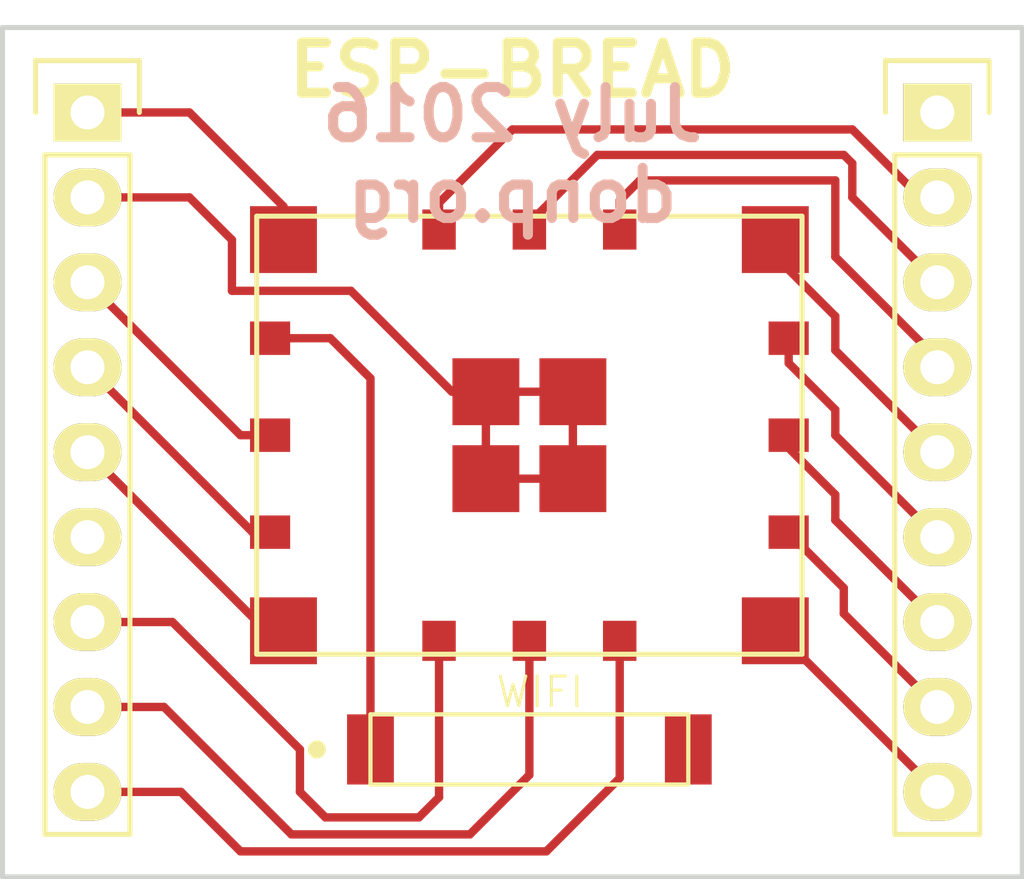
<source format=kicad_pcb>
(kicad_pcb (version 4) (host pcbnew 4.1.0-alpha+201607031448+6962~45~ubuntu15.04.1-product)

  (general
    (links 0)
    (no_connects 0)
    (area 126.924999 72.1425 157.555001 99.135001)
    (thickness 1.6)
    (drawings 6)
    (tracks 74)
    (zones 0)
    (modules 4)
    (nets 1)
  )

  (page A4)
  (layers
    (0 F.Cu signal)
    (31 B.Cu signal)
    (32 B.Adhes user)
    (33 F.Adhes user)
    (34 B.Paste user)
    (35 F.Paste user)
    (36 B.SilkS user)
    (37 F.SilkS user)
    (38 B.Mask user)
    (39 F.Mask user)
    (40 Dwgs.User user)
    (41 Cmts.User user)
    (42 Eco1.User user)
    (43 Eco2.User user)
    (44 Edge.Cuts user)
    (45 Margin user)
    (46 B.CrtYd user)
    (47 F.CrtYd user)
    (48 B.Fab user)
    (49 F.Fab user)
  )

  (setup
    (last_trace_width 0.25)
    (trace_clearance 0.2)
    (zone_clearance 0.508)
    (zone_45_only no)
    (trace_min 0.2)
    (segment_width 0.2)
    (edge_width 0.15)
    (via_size 0.8)
    (via_drill 0.4)
    (via_min_size 0.4)
    (via_min_drill 0.3)
    (uvia_size 0.3)
    (uvia_drill 0.1)
    (uvias_allowed no)
    (uvia_min_size 0.2)
    (uvia_min_drill 0.1)
    (pcb_text_width 0.3)
    (pcb_text_size 1.5 1.5)
    (mod_edge_width 0.15)
    (mod_text_size 1 1)
    (mod_text_width 0.15)
    (pad_size 1.524 1.524)
    (pad_drill 0.762)
    (pad_to_mask_clearance 0.2)
    (aux_axis_origin 0 0)
    (visible_elements FFFFFF7F)
    (pcbplotparams
      (layerselection 0x010f0_ffffffff)
      (usegerberextensions false)
      (excludeedgelayer true)
      (linewidth 0.100000)
      (plotframeref false)
      (viasonmask false)
      (mode 1)
      (useauxorigin false)
      (hpglpennumber 1)
      (hpglpenspeed 20)
      (hpglpendiameter 15)
      (psnegative false)
      (psa4output false)
      (plotreference true)
      (plotvalue true)
      (plotinvisibletext false)
      (padsonsilk false)
      (subtractmaskfromsilk false)
      (outputformat 1)
      (mirror false)
      (drillshape 0)
      (scaleselection 1)
      (outputdirectory /home/donp/osh/bread))
  )

  (net 0 "")

  (net_class Default "This is the default net class."
    (clearance 0.2)
    (trace_width 0.25)
    (via_dia 0.8)
    (via_drill 0.4)
    (uvia_dia 0.3)
    (uvia_drill 0.1)
  )

  (module Pin_Headers:Pin_Header_Straight_1x09 (layer F.Cu) (tedit 57941AC9) (tstamp 57995E93)
    (at 129.54 76.2)
    (descr "Through hole pin header")
    (tags "pin header")
    (fp_text reference "" (at 0 -2.56) (layer F.SilkS)
      (effects (font (size 1 1) (thickness 0.15)))
    )
    (fp_text value "" (at 0 -3.1) (layer F.Fab)
      (effects (font (size 1 1) (thickness 0.15)))
    )
    (fp_line (start -1.75 -1.75) (end -1.75 22.1) (layer F.CrtYd) (width 0.05))
    (fp_line (start 1.75 -1.75) (end 1.75 22.1) (layer F.CrtYd) (width 0.05))
    (fp_line (start -1.75 -1.75) (end 1.75 -1.75) (layer F.CrtYd) (width 0.05))
    (fp_line (start -1.75 22.1) (end 1.75 22.1) (layer F.CrtYd) (width 0.05))
    (fp_line (start 1.27 1.27) (end 1.27 21.59) (layer F.SilkS) (width 0.15))
    (fp_line (start 1.27 21.59) (end -1.27 21.59) (layer F.SilkS) (width 0.15))
    (fp_line (start -1.27 21.59) (end -1.27 1.27) (layer F.SilkS) (width 0.15))
    (fp_line (start 1.55 -1.55) (end 1.55 0) (layer F.SilkS) (width 0.15))
    (fp_line (start 1.27 1.27) (end -1.27 1.27) (layer F.SilkS) (width 0.15))
    (fp_line (start -1.55 0) (end -1.55 -1.55) (layer F.SilkS) (width 0.15))
    (fp_line (start -1.55 -1.55) (end 1.55 -1.55) (layer F.SilkS) (width 0.15))
    (pad 1 thru_hole rect (at 0 0) (size 2.032 1.7272) (drill 1.016) (layers *.Cu *.Mask F.SilkS))
    (pad 2 thru_hole oval (at 0 2.54) (size 2.032 1.7272) (drill 1.016) (layers *.Cu *.Mask F.SilkS))
    (pad 3 thru_hole oval (at 0 5.08) (size 2.032 1.7272) (drill 1.016) (layers *.Cu *.Mask F.SilkS))
    (pad 4 thru_hole oval (at 0 7.62) (size 2.032 1.7272) (drill 1.016) (layers *.Cu *.Mask F.SilkS))
    (pad 5 thru_hole oval (at 0 10.16) (size 2.032 1.7272) (drill 1.016) (layers *.Cu *.Mask F.SilkS))
    (pad 6 thru_hole oval (at 0 12.7) (size 2.032 1.7272) (drill 1.016) (layers *.Cu *.Mask F.SilkS))
    (pad 7 thru_hole oval (at 0 15.24) (size 2.032 1.7272) (drill 1.016) (layers *.Cu *.Mask F.SilkS))
    (pad 8 thru_hole oval (at 0 17.78) (size 2.032 1.7272) (drill 1.016) (layers *.Cu *.Mask F.SilkS))
    (pad 9 thru_hole oval (at 0 20.32) (size 2.032 1.7272) (drill 1.016) (layers *.Cu *.Mask F.SilkS))
    (model Pin_Headers.3dshapes/Pin_Header_Straight_1x09.wrl
      (at (xyz 0 -0.4 0))
      (scale (xyz 1 1 1))
      (rotate (xyz 0 0 90))
    )
  )

  (module OPL-Antenna:OPL-Antenna-ANT2-SMD-9.5X2.1X1.0MM (layer F.Cu) (tedit 57941BD6) (tstamp 57973FA3)
    (at 142.748 95.25)
    (attr smd)
    (fp_text reference WIFI (at 0.3175 -1.7145) (layer F.SilkS)
      (effects (font (size 0.889 0.889) (thickness 0.0889)))
    )
    (fp_text value "" (at 0.762 2.0955) (layer B.SilkS)
      (effects (font (size 0.889 0.889) (thickness 0.0889)) (justify mirror))
    )
    (fp_line (start -4.7498 1.04902) (end 4.7498 1.04902) (layer F.SilkS) (width 0.06604))
    (fp_line (start 4.7498 1.04902) (end 4.7498 -1.04902) (layer F.SilkS) (width 0.06604))
    (fp_line (start -4.7498 -1.04902) (end 4.7498 -1.04902) (layer F.SilkS) (width 0.06604))
    (fp_line (start -4.7498 1.04902) (end -4.7498 -1.04902) (layer F.SilkS) (width 0.06604))
    (fp_line (start -4.7498 -1.04902) (end 4.7498 -1.04902) (layer F.SilkS) (width 0.127))
    (fp_line (start 4.7498 -1.04902) (end 4.7498 1.04902) (layer F.SilkS) (width 0.127))
    (fp_line (start 4.7498 1.04902) (end -4.7498 1.04902) (layer F.SilkS) (width 0.127))
    (fp_line (start -4.7498 1.04902) (end -4.7498 -1.04902) (layer F.SilkS) (width 0.127))
    (fp_circle (center -6.35 0) (end -6.5405 0.1905) (layer F.SilkS) (width 0))
    (pad 1 smd rect (at -4.7498 0) (size 1.39954 2.09804) (layers F.Cu F.Paste F.Mask))
    (pad 2 smd rect (at 4.7498 0) (size 1.39954 2.09804) (layers F.Cu F.Paste F.Mask))
  )

  (module ESP8266:ESP-06 (layer F.Cu) (tedit 57941BB5) (tstamp 57963163)
    (at 142.748 85.852)
    (fp_text reference "" (at 0 0.5) (layer F.SilkS)
      (effects (font (size 1 1) (thickness 0.15)))
    )
    (fp_text value ESP-06 (at 0 -0.5) (layer F.Fab)
      (effects (font (size 1 1) (thickness 0.15)))
    )
    (fp_line (start -8.15 6.55) (end 8.15 6.55) (layer F.SilkS) (width 0.15))
    (fp_line (start 8.15 6.55) (end 8.15 -6.55) (layer F.SilkS) (width 0.15))
    (fp_line (start 8.15 -6.55) (end -8.15 -6.55) (layer F.SilkS) (width 0.15))
    (fp_line (start -8.15 -6.55) (end -8.15 6.55) (layer F.SilkS) (width 0.15))
    (pad G smd rect (at -7.35 -5.85) (size 2 2) (layers F.Cu F.Paste F.Mask))
    (pad G smd rect (at 7.35 -5.85) (size 2 2) (layers F.Cu F.Paste F.Mask))
    (pad G smd rect (at -7.35 5.85) (size 2 2) (layers F.Cu F.Paste F.Mask))
    (pad G smd rect (at 7.35 5.85) (size 2 2) (layers F.Cu F.Paste F.Mask))
    (pad GP14 smd rect (at -2.7 6.15) (size 1 1.2) (layers F.Cu F.Paste F.Mask))
    (pad GP13 smd rect (at 0 6.15) (size 1 1.2) (layers F.Cu F.Paste F.Mask))
    (pad GP12 smd rect (at 2.7 6.15) (size 1 1.2) (layers F.Cu F.Paste F.Mask))
    (pad TX smd rect (at 0 -6.15) (size 1 1.2) (layers F.Cu F.Paste F.Mask))
    (pad GP16 smd rect (at -2.7 -6.15) (size 1 1.2) (layers F.Cu F.Paste F.Mask))
    (pad RX smd rect (at 2.7 -6.15) (size 1 1.2) (layers F.Cu F.Paste F.Mask))
    (pad 3.3 smd rect (at -7.75 0) (size 1.2 1) (layers F.Cu F.Paste F.Mask))
    (pad CHPD smd rect (at -7.75 2.9) (size 1.2 1) (layers F.Cu F.Paste F.Mask))
    (pad ANT smd rect (at -7.75 -2.9) (size 1.2 1) (layers F.Cu F.Paste F.Mask))
    (pad GP2 smd rect (at 7.75 0) (size 1.2 1) (layers F.Cu F.Paste F.Mask))
    (pad GP0 smd rect (at 7.75 -2.9) (size 1.2 1) (layers F.Cu F.Paste F.Mask))
    (pad GP15 smd rect (at 7.75 2.9) (size 1.2 1) (layers F.Cu F.Paste F.Mask))
    (pad Gx smd rect (at -1.3 -1.3) (size 2 2) (layers F.Cu F.Paste F.Mask))
    (pad Gx smd rect (at 1.3 -1.3) (size 2 2) (layers F.Cu F.Paste F.Mask))
    (pad Gx smd rect (at -1.3 1.3) (size 2 2) (layers F.Cu F.Paste F.Mask))
    (pad Gx smd rect (at 1.3 1.3) (size 2 2) (layers F.Cu F.Paste F.Mask))
  )

  (module Pin_Headers:Pin_Header_Straight_1x09 (layer F.Cu) (tedit 57941AD4) (tstamp 57995EC3)
    (at 154.94 76.2)
    (descr "Through hole pin header")
    (tags "pin header")
    (fp_text reference "" (at 0 -0.02) (layer F.SilkS)
      (effects (font (size 1 1) (thickness 0.15)))
    )
    (fp_text value "" (at 0 -3.1) (layer F.Fab)
      (effects (font (size 1 1) (thickness 0.15)))
    )
    (fp_line (start -1.75 -1.75) (end -1.75 22.1) (layer F.CrtYd) (width 0.05))
    (fp_line (start 1.75 -1.75) (end 1.75 22.1) (layer F.CrtYd) (width 0.05))
    (fp_line (start -1.75 -1.75) (end 1.75 -1.75) (layer F.CrtYd) (width 0.05))
    (fp_line (start -1.75 22.1) (end 1.75 22.1) (layer F.CrtYd) (width 0.05))
    (fp_line (start 1.27 1.27) (end 1.27 21.59) (layer F.SilkS) (width 0.15))
    (fp_line (start 1.27 21.59) (end -1.27 21.59) (layer F.SilkS) (width 0.15))
    (fp_line (start -1.27 21.59) (end -1.27 1.27) (layer F.SilkS) (width 0.15))
    (fp_line (start 1.55 -1.55) (end 1.55 0) (layer F.SilkS) (width 0.15))
    (fp_line (start 1.27 1.27) (end -1.27 1.27) (layer F.SilkS) (width 0.15))
    (fp_line (start -1.55 0) (end -1.55 -1.55) (layer F.SilkS) (width 0.15))
    (fp_line (start -1.55 -1.55) (end 1.55 -1.55) (layer F.SilkS) (width 0.15))
    (pad 1 thru_hole rect (at 0 0) (size 2.032 1.7272) (drill 1.016) (layers *.Cu *.Mask F.SilkS))
    (pad 2 thru_hole oval (at 0 2.54) (size 2.032 1.7272) (drill 1.016) (layers *.Cu *.Mask F.SilkS))
    (pad 3 thru_hole oval (at 0 5.08) (size 2.032 1.7272) (drill 1.016) (layers *.Cu *.Mask F.SilkS))
    (pad 4 thru_hole oval (at 0 7.62) (size 2.032 1.7272) (drill 1.016) (layers *.Cu *.Mask F.SilkS))
    (pad 5 thru_hole oval (at 0 10.16) (size 2.032 1.7272) (drill 1.016) (layers *.Cu *.Mask F.SilkS))
    (pad 6 thru_hole oval (at 0 12.7) (size 2.032 1.7272) (drill 1.016) (layers *.Cu *.Mask F.SilkS))
    (pad 7 thru_hole oval (at 0 15.24) (size 2.032 1.7272) (drill 1.016) (layers *.Cu *.Mask F.SilkS))
    (pad 8 thru_hole oval (at 0 17.78) (size 2.032 1.7272) (drill 1.016) (layers *.Cu *.Mask F.SilkS))
    (pad 9 thru_hole oval (at 0 20.32) (size 2.032 1.7272) (drill 1.016) (layers *.Cu *.Mask F.SilkS))
    (model Pin_Headers.3dshapes/Pin_Header_Straight_1x09.wrl
      (at (xyz 0 -0.4 0))
      (scale (xyz 1 1 1))
      (rotate (xyz 0 0 90))
    )
  )

  (gr_text "July 2016\ndonp.org" (at 142.24 77.47) (layer B.SilkS)
    (effects (font (size 1.5 1.5) (thickness 0.3)) (justify mirror))
  )
  (gr_text ESP-BREAD (at 142.24 74.93) (layer F.SilkS)
    (effects (font (size 1.5 1.5) (thickness 0.3)))
  )
  (gr_line (start 157.48 73.66) (end 127 73.66) (angle 90) (layer Edge.Cuts) (width 0.15))
  (gr_line (start 157.48 99.06) (end 157.48 73.66) (angle 90) (layer Edge.Cuts) (width 0.15))
  (gr_line (start 127 99.06) (end 157.48 99.06) (angle 90) (layer Edge.Cuts) (width 0.15))
  (gr_line (start 127 73.66) (end 127 99.06) (angle 90) (layer Edge.Cuts) (width 0.15))

  (segment (start 140.048 79.702) (end 140.048 78.9) (width 0.25) (layer F.Cu) (net 0) (status 400000))
  (segment (start 152.4 76.708) (end 154.432 78.74) (width 0.25) (layer F.Cu) (net 0) (tstamp 57996101) (status 800000))
  (segment (start 142.24 76.708) (end 152.4 76.708) (width 0.25) (layer F.Cu) (net 0) (tstamp 579960FF))
  (segment (start 140.048 78.9) (end 142.24 76.708) (width 0.25) (layer F.Cu) (net 0) (tstamp 579960FE))
  (segment (start 154.432 78.74) (end 154.94 78.74) (width 0.25) (layer F.Cu) (net 0) (tstamp 57996102) (status C00000))
  (segment (start 142.748 79.702) (end 142.748 79.502) (width 0.25) (layer F.Cu) (net 0) (status C00000))
  (segment (start 142.748 79.502) (end 144.78 77.47) (width 0.25) (layer F.Cu) (net 0) (tstamp 579960F5) (status 400000))
  (segment (start 144.78 77.47) (end 152.146 77.47) (width 0.25) (layer F.Cu) (net 0) (tstamp 579960F6))
  (segment (start 152.146 77.47) (end 152.4 77.724) (width 0.25) (layer F.Cu) (net 0) (tstamp 579960F8))
  (segment (start 152.4 77.724) (end 152.4 78.74) (width 0.25) (layer F.Cu) (net 0) (tstamp 579960F9))
  (segment (start 152.4 78.74) (end 154.94 81.28) (width 0.25) (layer F.Cu) (net 0) (tstamp 579960FA) (status 800000))
  (segment (start 145.448 79.702) (end 145.448 78.834) (width 0.25) (layer F.Cu) (net 0) (status 400000))
  (segment (start 151.892 80.518) (end 154.94 83.566) (width 0.25) (layer F.Cu) (net 0) (tstamp 579960F1) (status 800000))
  (segment (start 151.892 78.232) (end 151.892 80.518) (width 0.25) (layer F.Cu) (net 0) (tstamp 579960F0))
  (segment (start 146.05 78.232) (end 151.892 78.232) (width 0.25) (layer F.Cu) (net 0) (tstamp 579960EF))
  (segment (start 145.448 78.834) (end 146.05 78.232) (width 0.25) (layer F.Cu) (net 0) (tstamp 579960EE))
  (segment (start 154.94 83.566) (end 154.94 83.82) (width 0.25) (layer F.Cu) (net 0) (tstamp 579960F2) (status C00000))
  (segment (start 150.098 80.002) (end 150.098 80.502) (width 0.25) (layer F.Cu) (net 0) (status C00000))
  (segment (start 150.098 80.502) (end 151.892 82.296) (width 0.25) (layer F.Cu) (net 0) (tstamp 579960E7) (status 400000))
  (segment (start 151.892 82.296) (end 151.892 83.312) (width 0.25) (layer F.Cu) (net 0) (tstamp 579960E8))
  (segment (start 151.892 83.312) (end 154.94 86.36) (width 0.25) (layer F.Cu) (net 0) (tstamp 579960EA) (status 800000))
  (segment (start 150.498 82.952) (end 150.498 83.696) (width 0.25) (layer F.Cu) (net 0) (status 400000))
  (segment (start 151.892 85.852) (end 154.94 88.9) (width 0.25) (layer F.Cu) (net 0) (tstamp 579960E4) (status 800000))
  (segment (start 151.892 85.09) (end 151.892 85.852) (width 0.25) (layer F.Cu) (net 0) (tstamp 579960E2))
  (segment (start 150.498 83.696) (end 151.892 85.09) (width 0.25) (layer F.Cu) (net 0) (tstamp 579960E1))
  (segment (start 150.498 85.852) (end 150.498 86.236) (width 0.25) (layer F.Cu) (net 0) (status C00000))
  (segment (start 150.498 86.236) (end 151.892 87.63) (width 0.25) (layer F.Cu) (net 0) (tstamp 579960DB) (status 400000))
  (segment (start 151.892 87.63) (end 151.892 88.392) (width 0.25) (layer F.Cu) (net 0) (tstamp 579960DC))
  (segment (start 151.892 88.392) (end 154.94 91.44) (width 0.25) (layer F.Cu) (net 0) (tstamp 579960DE) (status 800000))
  (segment (start 150.498 88.752) (end 150.498 88.776) (width 0.25) (layer F.Cu) (net 0) (status C00000))
  (segment (start 150.498 88.776) (end 152.146 90.424) (width 0.25) (layer F.Cu) (net 0) (tstamp 579960D6) (status 400000))
  (segment (start 152.146 90.424) (end 152.146 91.186) (width 0.25) (layer F.Cu) (net 0) (tstamp 579960D7))
  (segment (start 152.146 91.186) (end 154.94 93.98) (width 0.25) (layer F.Cu) (net 0) (tstamp 579960D8) (status 800000))
  (segment (start 150.098 91.702) (end 150.122 91.702) (width 0.25) (layer F.Cu) (net 0) (status C00000))
  (segment (start 150.122 91.702) (end 154.94 96.52) (width 0.25) (layer F.Cu) (net 0) (tstamp 579960D3) (status C00000))
  (segment (start 145.448 92.002) (end 145.448 96.106) (width 0.25) (layer F.Cu) (net 0) (status 400000))
  (segment (start 132.334 96.52) (end 129.54 96.52) (width 0.25) (layer F.Cu) (net 0) (tstamp 579960CF) (status 800000))
  (segment (start 134.112 98.298) (end 132.334 96.52) (width 0.25) (layer F.Cu) (net 0) (tstamp 579960CE))
  (segment (start 143.256 98.298) (end 134.112 98.298) (width 0.25) (layer F.Cu) (net 0) (tstamp 579960CC))
  (segment (start 145.448 96.106) (end 143.256 98.298) (width 0.25) (layer F.Cu) (net 0) (tstamp 579960CB))
  (segment (start 142.748 92.002) (end 142.748 96.012) (width 0.25) (layer F.Cu) (net 0) (status 400000))
  (segment (start 131.826 93.98) (end 129.54 93.98) (width 0.25) (layer F.Cu) (net 0) (tstamp 579960C7) (status 800000))
  (segment (start 135.636 97.79) (end 131.826 93.98) (width 0.25) (layer F.Cu) (net 0) (tstamp 579960C5))
  (segment (start 140.97 97.79) (end 135.636 97.79) (width 0.25) (layer F.Cu) (net 0) (tstamp 579960C3))
  (segment (start 142.748 96.012) (end 140.97 97.79) (width 0.25) (layer F.Cu) (net 0) (tstamp 579960C1))
  (segment (start 140.048 92.002) (end 140.048 96.68) (width 0.25) (layer F.Cu) (net 0) (status 400000))
  (segment (start 132.08 91.44) (end 129.54 91.44) (width 0.25) (layer F.Cu) (net 0) (tstamp 579960BD) (status 800000))
  (segment (start 135.89 95.25) (end 132.08 91.44) (width 0.25) (layer F.Cu) (net 0) (tstamp 579960BC))
  (segment (start 135.89 96.52) (end 135.89 95.25) (width 0.25) (layer F.Cu) (net 0) (tstamp 579960BB))
  (segment (start 136.652 97.282) (end 135.89 96.52) (width 0.25) (layer F.Cu) (net 0) (tstamp 579960BA))
  (segment (start 139.446 97.282) (end 136.652 97.282) (width 0.25) (layer F.Cu) (net 0) (tstamp 579960B9))
  (segment (start 140.048 96.68) (end 139.446 97.282) (width 0.25) (layer F.Cu) (net 0) (tstamp 579960B8))
  (segment (start 135.398 91.702) (end 134.882 91.702) (width 0.25) (layer F.Cu) (net 0))
  (segment (start 134.882 91.702) (end 129.54 86.36) (width 0.25) (layer F.Cu) (net 0) (tstamp 57996096))
  (segment (start 134.998 88.752) (end 134.472 88.752) (width 0.25) (layer F.Cu) (net 0))
  (segment (start 134.472 88.752) (end 129.54 83.82) (width 0.25) (layer F.Cu) (net 0) (tstamp 57996093))
  (segment (start 134.998 85.852) (end 134.112 85.852) (width 0.25) (layer F.Cu) (net 0))
  (segment (start 134.112 85.852) (end 129.54 81.28) (width 0.25) (layer F.Cu) (net 0) (tstamp 57996090))
  (segment (start 141.448 84.552) (end 140.432 84.552) (width 0.25) (layer F.Cu) (net 0))
  (segment (start 132.588 78.74) (end 129.54 78.74) (width 0.25) (layer F.Cu) (net 0) (tstamp 5799608C))
  (segment (start 133.858 80.01) (end 132.588 78.74) (width 0.25) (layer F.Cu) (net 0) (tstamp 5799608B))
  (segment (start 133.858 81.534) (end 133.858 80.01) (width 0.25) (layer F.Cu) (net 0) (tstamp 5799608A))
  (segment (start 137.414 81.534) (end 133.858 81.534) (width 0.25) (layer F.Cu) (net 0) (tstamp 57996088))
  (segment (start 140.432 84.552) (end 137.414 81.534) (width 0.25) (layer F.Cu) (net 0) (tstamp 57996086))
  (segment (start 135.398 80.002) (end 135.398 79.01) (width 0.25) (layer F.Cu) (net 0))
  (segment (start 135.398 79.01) (end 132.588 76.2) (width 0.25) (layer F.Cu) (net 0) (tstamp 57996081))
  (segment (start 132.588 76.2) (end 129.54 76.2) (width 0.25) (layer F.Cu) (net 0) (tstamp 57996082))
  (segment (start 134.998 82.952) (end 136.8 82.952) (width 0.25) (layer F.Cu) (net 0))
  (segment (start 137.9982 84.1502) (end 137.9982 95.25) (width 0.25) (layer F.Cu) (net 0) (tstamp 57996061) (status 20))
  (segment (start 136.8 82.952) (end 137.9982 84.1502) (width 0.25) (layer F.Cu) (net 0) (tstamp 5799605F))
  (segment (start 141.448 84.552) (end 144.048 84.552) (width 0.25) (layer F.Cu) (net 0))
  (segment (start 141.448 87.152) (end 141.448 84.552) (width 0.25) (layer F.Cu) (net 0))
  (segment (start 144.048 87.152) (end 141.448 87.152) (width 0.25) (layer F.Cu) (net 0))
  (segment (start 144.048 84.552) (end 144.048 87.152) (width 0.25) (layer F.Cu) (net 0))

)

</source>
